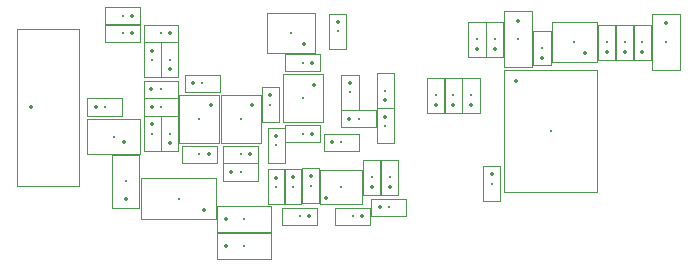
<source format=gbr>
%TF.GenerationSoftware,KiCad,Pcbnew,8.0.3-8.0.3-0~ubuntu22.04.1*%
%TF.CreationDate,2025-01-19T16:52:08+01:00*%
%TF.ProjectId,ADC_pHAT_AFE_ADC10080,4144435f-7048-4415-945f-4146455f4144,rev?*%
%TF.SameCoordinates,PX5cbead0PY5705d50*%
%TF.FileFunction,Component,L1,Top*%
%TF.FilePolarity,Positive*%
%FSLAX46Y46*%
G04 Gerber Fmt 4.6, Leading zero omitted, Abs format (unit mm)*
G04 Created by KiCad (PCBNEW 8.0.3-8.0.3-0~ubuntu22.04.1) date 2025-01-19 16:52:08*
%MOMM*%
%LPD*%
G01*
G04 APERTURE LIST*
%TA.AperFunction,ComponentMain*%
%ADD10C,0.300000*%
%TD*%
%TA.AperFunction,ComponentOutline,Courtyard*%
%ADD11C,0.100000*%
%TD*%
%TA.AperFunction,ComponentPin*%
%ADD12P,0.360000X4X0.000000*%
%TD*%
%TA.AperFunction,ComponentPin*%
%ADD13C,0.100000*%
%TD*%
%TA.AperFunction,ComponentOutline,Footprint*%
%ADD14C,0.100000*%
%TD*%
G04 APERTURE END LIST*
D10*
%TO.C,U2*%
%TO.CFtp,SOT-23*%
%TO.CVal,LM4040DBZ-2.0*%
%TO.CLbN,Package_TO_SOT_SMD*%
%TO.CMnt,SMD*%
%TO.CRot,180*%
X47250000Y20500000D03*
D11*
X49169999Y22199999D02*
X49169999Y18800001D01*
X45330001Y18800001D01*
X45330001Y22199999D01*
X49169999Y22199999D01*
D12*
%TO.P,U2,1,K*%
X48187500Y19550000D03*
D13*
%TO.P,U2,2,A*%
X48187500Y21450000D03*
%TO.P,U2,3,NC*%
X46312500Y20500000D03*
%TD*%
D10*
%TO.C,R2*%
%TO.CFtp,R_0603_1608Metric*%
%TO.CVal,1K*%
%TO.CLbN,Resistor_SMD*%
%TO.CMnt,SMD*%
%TO.CRot,90*%
X50000000Y20500000D03*
D11*
X50729999Y21979999D02*
X50729999Y19020001D01*
X49270001Y19020001D01*
X49270001Y21979999D01*
X50729999Y21979999D01*
D12*
%TO.P,R2,1*%
X50000000Y19675000D03*
D13*
%TO.P,R2,2*%
X50000000Y21325000D03*
%TD*%
D10*
%TO.C,C15*%
%TO.CFtp,C_0603_1608Metric*%
%TO.CVal,4.7u*%
%TO.CLbN,Capacitor_SMD*%
%TO.CMnt,SMD*%
%TO.CRot,180*%
X28500000Y5750000D03*
D11*
X29979999Y6479999D02*
X29979999Y5020001D01*
X27020001Y5020001D01*
X27020001Y6479999D01*
X29979999Y6479999D01*
D12*
%TO.P,C15,1*%
X29275000Y5750000D03*
D13*
%TO.P,C15,2*%
X27725000Y5750000D03*
%TD*%
D10*
%TO.C,D3*%
%TO.CFtp,D_0603_1608Metric*%
%TO.CVal,D*%
%TO.CLbN,Diode_SMD*%
%TO.CMnt,SMD*%
%TO.CRot,-90*%
X31250000Y13400000D03*
D11*
X31979999Y14879999D02*
X31979999Y11920001D01*
X30520001Y11920001D01*
X30520001Y14879999D01*
X31979999Y14879999D01*
D12*
%TO.P,D3,1,K*%
X31250000Y14187500D03*
D13*
%TO.P,D3,2,A*%
X31250000Y12612500D03*
%TD*%
D10*
%TO.C,C13*%
%TO.CFtp,C_0603_1608Metric*%
%TO.CVal,2.2u*%
%TO.CLbN,Capacitor_SMD*%
%TO.CMnt,SMD*%
%TO.CRot,-90*%
X22000000Y8250000D03*
D11*
X22729999Y9729999D02*
X22729999Y6770001D01*
X21270001Y6770001D01*
X21270001Y9729999D01*
X22729999Y9729999D01*
D12*
%TO.P,C13,1*%
X22000000Y9025000D03*
D13*
%TO.P,C13,2*%
X22000000Y7475000D03*
%TD*%
D10*
%TO.C,R11*%
%TO.CFtp,R_0603_1608Metric*%
%TO.CVal,100*%
%TO.CLbN,Resistor_SMD*%
%TO.CMnt,SMD*%
%TO.CRot,180*%
X24250000Y18750000D03*
D11*
X25729999Y19479999D02*
X25729999Y18020001D01*
X22770001Y18020001D01*
X22770001Y19479999D01*
X25729999Y19479999D01*
D12*
%TO.P,R11,1*%
X25075000Y18750000D03*
D13*
%TO.P,R11,2*%
X23425000Y18750000D03*
%TD*%
D10*
%TO.C,C9*%
%TO.CFtp,R_0603_1608Metric*%
%TO.CVal,100nF*%
%TO.CLbN,Resistor_SMD*%
%TO.CMnt,SMD*%
%TO.CRot,90*%
X38500000Y16000000D03*
D11*
X39229999Y17479999D02*
X39229999Y14520001D01*
X37770001Y14520001D01*
X37770001Y17479999D01*
X39229999Y17479999D01*
D12*
%TO.P,C9,1*%
X38500000Y15175000D03*
D13*
%TO.P,C9,2*%
X38500000Y16825000D03*
%TD*%
D10*
%TO.C,R14*%
%TO.CFtp,R_0603_1608Metric*%
%TO.CVal,100*%
%TO.CLbN,Resistor_SMD*%
%TO.CMnt,SMD*%
%TO.CRot,-90*%
X21500000Y15200000D03*
D11*
X22229999Y16679999D02*
X22229999Y13720001D01*
X20770001Y13720001D01*
X20770001Y16679999D01*
X22229999Y16679999D01*
D12*
%TO.P,R14,1*%
X21500000Y16025000D03*
D13*
%TO.P,R14,2*%
X21500000Y14375000D03*
%TD*%
D10*
%TO.C,R3*%
%TO.CFtp,R_0603_1608Metric*%
%TO.CVal,87k*%
%TO.CLbN,Resistor_SMD*%
%TO.CMnt,SMD*%
%TO.CRot,90*%
X30100000Y9050000D03*
D11*
X30829999Y10529999D02*
X30829999Y7570001D01*
X29370001Y7570001D01*
X29370001Y10529999D01*
X30829999Y10529999D01*
D12*
%TO.P,R3,1*%
X30100000Y8225000D03*
D13*
%TO.P,R3,2*%
X30100000Y9875000D03*
%TD*%
D10*
%TO.C,D2*%
%TO.CFtp,D_0603_1608Metric*%
%TO.CVal,D*%
%TO.CLbN,Diode_SMD*%
%TO.CMnt,SMD*%
%TO.CRot,90*%
X13000000Y19000000D03*
D11*
X13729999Y20479999D02*
X13729999Y17520001D01*
X12270001Y17520001D01*
X12270001Y20479999D01*
X13729999Y20479999D01*
D12*
%TO.P,D2,1,K*%
X13000000Y18212500D03*
D13*
%TO.P,D2,2,A*%
X13000000Y19787500D03*
%TD*%
D10*
%TO.C,R5*%
%TO.CFtp,R_0603_1608Metric*%
%TO.CVal,10K*%
%TO.CLbN,Resistor_SMD*%
%TO.CMnt,SMD*%
%TO.CRot,180*%
X9000000Y21250000D03*
D11*
X10479999Y21979999D02*
X10479999Y20520001D01*
X7520001Y20520001D01*
X7520001Y21979999D01*
X10479999Y21979999D01*
D12*
%TO.P,R5,1*%
X9825000Y21250000D03*
D13*
%TO.P,R5,2*%
X8175000Y21250000D03*
%TD*%
D10*
%TO.C,U8*%
%TO.CFtp,SOT-23-6*%
%TO.CVal,DAC5571*%
%TO.CLbN,Package_TO_SOT_SMD*%
%TO.CMnt,SMD*%
%TO.CRot,180*%
X23250000Y21250000D03*
D11*
X25299999Y22949999D02*
X25299999Y19550001D01*
X21200001Y19550001D01*
X21200001Y22949999D01*
X25299999Y22949999D01*
D12*
%TO.P,U8,1,VOUT*%
X24387500Y20300000D03*
D13*
%TO.P,U8,2,GND*%
X24387500Y21250000D03*
%TO.P,U8,3,VDD*%
X24387500Y22200000D03*
%TO.P,U8,4,SDA*%
X22112500Y22200000D03*
%TO.P,U8,5,SCL*%
X22112500Y21250000D03*
%TO.P,U8,6,A0*%
X22112500Y20300000D03*
%TD*%
D10*
%TO.C,D1*%
%TO.CFtp,D_0603_1608Metric*%
%TO.CVal,D*%
%TO.CLbN,Diode_SMD*%
%TO.CMnt,SMD*%
%TO.CRot,-90*%
X11500000Y19000000D03*
D11*
X12229999Y20479999D02*
X12229999Y17520001D01*
X10770001Y17520001D01*
X10770001Y20479999D01*
X12229999Y20479999D01*
D12*
%TO.P,D1,1,K*%
X11500000Y19787500D03*
D13*
%TO.P,D1,2,A*%
X11500000Y18212500D03*
%TD*%
D10*
%TO.C,U3*%
%TO.CFtp,WSON-12-1EP_3x2mm_P0.5mm_EP1x2.65_ThermalVias*%
%TO.CVal,LM27762*%
%TO.CLbN,Package_SON*%
%TO.CMnt,SMD*%
%TO.CRot,90*%
X27500000Y8250000D03*
D11*
X29249999Y9699999D02*
X29249999Y6800001D01*
X25750001Y6800001D01*
X25750001Y9699999D01*
X29249999Y9699999D01*
D12*
%TO.P,U3,1,PGOOD*%
X26250000Y7300000D03*
D13*
%TO.P,U3,2,FB+*%
X26750000Y7300000D03*
%TO.P,U3,3,VIN*%
X27250000Y7300000D03*
%TO.P,U3,4,GND*%
X27750000Y7300000D03*
%TO.P,U3,5,CP*%
X28250000Y7300000D03*
%TO.P,U3,6,OUT-*%
X28750000Y7300000D03*
%TO.P,U3,7,FB-*%
X28750000Y9200000D03*
%TO.P,U3,8,EN-*%
X28250000Y9200000D03*
%TO.P,U3,9,C-*%
X27750000Y9200000D03*
%TO.P,U3,10,C+*%
X27250000Y9200000D03*
%TO.P,U3,11,OUT+*%
X26750000Y9200000D03*
%TO.P,U3,12,EN+*%
X26250000Y9200000D03*
%TO.P,U3,13,PAD*%
X26500000Y8250000D03*
X27500000Y8250000D03*
X27500000Y8250000D03*
X28500000Y8250000D03*
%TD*%
D10*
%TO.C,R19*%
%TO.CFtp,R_0603_1608Metric*%
%TO.CVal,1K*%
%TO.CLbN,Resistor_SMD*%
%TO.CMnt,SMD*%
%TO.CRot,0*%
X15750000Y17000000D03*
D11*
X17229999Y17729999D02*
X17229999Y16270001D01*
X14270001Y16270001D01*
X14270001Y17729999D01*
X17229999Y17729999D01*
D12*
%TO.P,R19,1*%
X14925000Y17000000D03*
D13*
%TO.P,R19,2*%
X16575000Y17000000D03*
%TD*%
D10*
%TO.C,J3*%
%TO.CFtp,AMPHENOL_132357-11-MOD*%
%TO.CVal,Conn_Coaxial*%
%TO.CLbN,ICTAMKY_V8*%
%TO.CMnt,Other*%
%TO.CRot,0*%
X1250000Y15000000D03*
D14*
X75000Y21650000D02*
X75000Y8350000D01*
X5275000Y8350000D01*
X5275000Y21650000D01*
X75000Y21650000D01*
D12*
%TO.P,J3,1,In*%
X1250000Y15000000D03*
D13*
%TO.P,J3,2,Ext*%
X2825000Y19250000D03*
X2825000Y10750000D03*
%TD*%
D10*
%TO.C,FB2*%
%TO.CFtp,L_1206_3216Metric*%
%TO.CVal,FerriteBead_Small*%
%TO.CLbN,Inductor_SMD*%
%TO.CMnt,SMD*%
%TO.CRot,-90*%
X55000000Y20500000D03*
D11*
X56199999Y22849999D02*
X56199999Y18150001D01*
X53800001Y18150001D01*
X53800001Y22849999D01*
X56199999Y22849999D01*
D12*
%TO.P,FB2,1*%
X55000000Y22075000D03*
D13*
%TO.P,FB2,2*%
X55000000Y18925000D03*
%TD*%
D10*
%TO.C,U4*%
%TO.CFtp,MSOP-10_3x3mm_P0.5mm*%
%TO.CVal,ADG621*%
%TO.CLbN,Package_SO*%
%TO.CMnt,SMD*%
%TO.CRot,180*%
X13750000Y7250000D03*
D11*
X16929999Y8999999D02*
X16929999Y5500001D01*
X10570001Y5500001D01*
X10570001Y8999999D01*
X16929999Y8999999D01*
D12*
%TO.P,U4,1,S1*%
X15862500Y6250000D03*
D13*
%TO.P,U4,2,D1*%
X15862500Y6750000D03*
%TO.P,U4,3,IN2*%
X15862500Y7250000D03*
%TO.P,U4,4,GND*%
X15862500Y7750000D03*
%TO.P,U4,5,VSS*%
X15862500Y8250000D03*
%TO.P,U4,6,NC*%
X11637500Y8250000D03*
%TO.P,U4,7,S2*%
X11637500Y7750000D03*
%TO.P,U4,8,D2*%
X11637500Y7250000D03*
%TO.P,U4,9,IN1*%
X11637500Y6750000D03*
%TO.P,U4,10,VDD*%
X11637500Y6250000D03*
%TD*%
D10*
%TO.C,C18*%
%TO.CFtp,C_0603_1608Metric*%
%TO.CVal,1p*%
%TO.CLbN,Capacitor_SMD*%
%TO.CMnt,SMD*%
%TO.CRot,0*%
X12250000Y15000000D03*
D11*
X13729999Y15729999D02*
X13729999Y14270001D01*
X10770001Y14270001D01*
X10770001Y15729999D01*
X13729999Y15729999D01*
D12*
%TO.P,C18,1*%
X11475000Y15000000D03*
D13*
%TO.P,C18,2*%
X13025000Y15000000D03*
%TD*%
D10*
%TO.C,R13*%
%TO.CFtp,R_0603_1608Metric*%
%TO.CVal,100*%
%TO.CLbN,Resistor_SMD*%
%TO.CMnt,SMD*%
%TO.CRot,0*%
X29000000Y14000000D03*
D11*
X30479999Y14729999D02*
X30479999Y13270001D01*
X27520001Y13270001D01*
X27520001Y14729999D01*
X30479999Y14729999D01*
D12*
%TO.P,R13,1*%
X28175000Y14000000D03*
D13*
%TO.P,R13,2*%
X29825000Y14000000D03*
%TD*%
D10*
%TO.C,C3*%
%TO.CFtp,R_0603_1608Metric*%
%TO.CVal,100nF*%
%TO.CLbN,Resistor_SMD*%
%TO.CMnt,SMD*%
%TO.CRot,90*%
X53000000Y20500000D03*
D11*
X53729999Y21979999D02*
X53729999Y19020001D01*
X52270001Y19020001D01*
X52270001Y21979999D01*
X53729999Y21979999D01*
D12*
%TO.P,C3,1*%
X53000000Y19675000D03*
D13*
%TO.P,C3,2*%
X53000000Y21325000D03*
%TD*%
D10*
%TO.C,IC1*%
%TO.CFtp,SOP65P640X120-28N*%
%TO.CVal,ADC10080CIMT_NOPB*%
%TO.CLbN,SamacSys_Parts*%
%TO.CMnt,SMD*%
%TO.CRot,0*%
X45245000Y12990000D03*
D11*
X49169999Y18139999D02*
X49169999Y7840001D01*
X41320001Y7840001D01*
X41320001Y18139999D01*
X49169999Y18139999D01*
D12*
%TO.P,IC1,1,CLK*%
X42307000Y17215000D03*
D13*
%TO.P,IC1,2,VDDA_1*%
X42307000Y16565000D03*
%TO.P,IC1,3,VSSA_1*%
X42307000Y15915000D03*
%TO.P,IC1,4,VCOM*%
X42307000Y15265000D03*
%TO.P,IC1,5,IRS*%
X42307000Y14615000D03*
%TO.P,IC1,6,VREF*%
X42307000Y13965000D03*
%TO.P,IC1,7,VREFT*%
X42307000Y13315000D03*
%TO.P,IC1,8,VREFB*%
X42307000Y12665000D03*
%TO.P,IC1,9,VDDA_2*%
X42307000Y12015000D03*
%TO.P,IC1,10,VDDA_3*%
X42307000Y11365000D03*
%TO.P,IC1,11,VSSA_2*%
X42307000Y10715000D03*
%TO.P,IC1,12,VIN-*%
X42307000Y10065000D03*
%TO.P,IC1,13,VIN+*%
X42307000Y9415000D03*
%TO.P,IC1,14,VSSA_3*%
X42307000Y8765000D03*
%TO.P,IC1,15,DF*%
X48183000Y8765000D03*
%TO.P,IC1,16,D9*%
X48183000Y9415000D03*
%TO.P,IC1,17,D8*%
X48183000Y10065000D03*
%TO.P,IC1,18,D7*%
X48183000Y10715000D03*
%TO.P,IC1,19,D6*%
X48183000Y11365000D03*
%TO.P,IC1,20,D5*%
X48183000Y12015000D03*
%TO.P,IC1,21,VSSIO*%
X48183000Y12665000D03*
%TO.P,IC1,22,VDDIO*%
X48183000Y13315000D03*
%TO.P,IC1,23,D4*%
X48183000Y13965000D03*
%TO.P,IC1,24,D3*%
X48183000Y14615000D03*
%TO.P,IC1,25,D2*%
X48183000Y15265000D03*
%TO.P,IC1,26,D1*%
X48183000Y15915000D03*
%TO.P,IC1,27,D0*%
X48183000Y16565000D03*
%TO.P,IC1,28,STBY*%
X48183000Y17215000D03*
%TD*%
D10*
%TO.C,C7*%
%TO.CFtp,R_0603_1608Metric*%
%TO.CVal,100nF*%
%TO.CLbN,Resistor_SMD*%
%TO.CMnt,SMD*%
%TO.CRot,90*%
X35500000Y16000000D03*
D11*
X36229999Y17479999D02*
X36229999Y14520001D01*
X34770001Y14520001D01*
X34770001Y17479999D01*
X36229999Y17479999D01*
D12*
%TO.P,C7,1*%
X35500000Y15175000D03*
D13*
%TO.P,C7,2*%
X35500000Y16825000D03*
%TD*%
D10*
%TO.C,C2*%
%TO.CFtp,R_0603_1608Metric*%
%TO.CVal,100nF*%
%TO.CLbN,Resistor_SMD*%
%TO.CMnt,SMD*%
%TO.CRot,90*%
X40500000Y20750000D03*
D11*
X41229999Y22229999D02*
X41229999Y19270001D01*
X39770001Y19270001D01*
X39770001Y22229999D01*
X41229999Y22229999D01*
D12*
%TO.P,C2,1*%
X40500000Y19925000D03*
D13*
%TO.P,C2,2*%
X40500000Y21575000D03*
%TD*%
D10*
%TO.C,C1*%
%TO.CFtp,R_0603_1608Metric*%
%TO.CVal,4.7uF*%
%TO.CLbN,Resistor_SMD*%
%TO.CMnt,SMD*%
%TO.CRot,90*%
X39000000Y20750000D03*
D11*
X39729999Y22229999D02*
X39729999Y19270001D01*
X38270001Y19270001D01*
X38270001Y22229999D01*
X39729999Y22229999D01*
D12*
%TO.P,C1,1*%
X39000000Y19925000D03*
D13*
%TO.P,C1,2*%
X39000000Y21575000D03*
%TD*%
D10*
%TO.C,R8*%
%TO.CFtp,R_1206_3216Metric*%
%TO.CVal,47*%
%TO.CLbN,Resistor_SMD*%
%TO.CMnt,SMD*%
%TO.CRot,0*%
X19250000Y3250000D03*
D11*
X21529999Y4369999D02*
X21529999Y2130001D01*
X16970001Y2130001D01*
X16970001Y4369999D01*
X21529999Y4369999D01*
D12*
%TO.P,R8,1*%
X17787500Y3250000D03*
D13*
%TO.P,R8,2*%
X20712500Y3250000D03*
%TD*%
D10*
%TO.C,C23*%
%TO.CFtp,C_0603_1608Metric*%
%TO.CVal,160p*%
%TO.CLbN,Capacitor_SMD*%
%TO.CMnt,SMD*%
%TO.CRot,90*%
X31250000Y16400000D03*
D11*
X31979999Y17879999D02*
X31979999Y14920001D01*
X30520001Y14920001D01*
X30520001Y17879999D01*
X31979999Y17879999D01*
D12*
%TO.P,C23,1*%
X31250000Y15625000D03*
D13*
%TO.P,C23,2*%
X31250000Y17175000D03*
%TD*%
D10*
%TO.C,R12*%
%TO.CFtp,R_0603_1608Metric*%
%TO.CVal,680k*%
%TO.CLbN,Resistor_SMD*%
%TO.CMnt,SMD*%
%TO.CRot,0*%
X12250000Y16500000D03*
D11*
X13729999Y17229999D02*
X13729999Y15770001D01*
X10770001Y15770001D01*
X10770001Y17229999D01*
X13729999Y17229999D01*
D12*
%TO.P,R12,1*%
X11425000Y16500000D03*
D13*
%TO.P,R12,2*%
X13075000Y16500000D03*
%TD*%
D10*
%TO.C,C8*%
%TO.CFtp,C_0603_1608Metric*%
%TO.CVal,2.2u*%
%TO.CLbN,Capacitor_SMD*%
%TO.CMnt,SMD*%
%TO.CRot,180*%
X24000000Y5750000D03*
D11*
X25479999Y6479999D02*
X25479999Y5020001D01*
X22520001Y5020001D01*
X22520001Y6479999D01*
X25479999Y6479999D01*
D12*
%TO.P,C8,1*%
X24775000Y5750000D03*
D13*
%TO.P,C8,2*%
X23225000Y5750000D03*
%TD*%
D10*
%TO.C,C4*%
%TO.CFtp,R_0603_1608Metric*%
%TO.CVal,4.7uF*%
%TO.CLbN,Resistor_SMD*%
%TO.CMnt,SMD*%
%TO.CRot,90*%
X51500000Y20500000D03*
D11*
X52229999Y21979999D02*
X52229999Y19020001D01*
X50770001Y19020001D01*
X50770001Y21979999D01*
X52229999Y21979999D01*
D12*
%TO.P,C4,1*%
X51500000Y19675000D03*
D13*
%TO.P,C4,2*%
X51500000Y21325000D03*
%TD*%
D10*
%TO.C,R18*%
%TO.CFtp,R_0603_1608Metric*%
%TO.CVal,1K*%
%TO.CLbN,Resistor_SMD*%
%TO.CMnt,SMD*%
%TO.CRot,-90*%
X28250000Y16250000D03*
D11*
X28979999Y17729999D02*
X28979999Y14770001D01*
X27520001Y14770001D01*
X27520001Y17729999D01*
X28979999Y17729999D01*
D12*
%TO.P,R18,1*%
X28250000Y17075000D03*
D13*
%TO.P,R18,2*%
X28250000Y15425000D03*
%TD*%
D10*
%TO.C,C21*%
%TO.CFtp,C_0603_1608Metric*%
%TO.CVal,10n*%
%TO.CLbN,Capacitor_SMD*%
%TO.CMnt,SMD*%
%TO.CRot,0*%
X7500000Y15000000D03*
D11*
X8979999Y15729999D02*
X8979999Y14270001D01*
X6020001Y14270001D01*
X6020001Y15729999D01*
X8979999Y15729999D01*
D12*
%TO.P,C21,1*%
X6725000Y15000000D03*
D13*
%TO.P,C21,2*%
X8275000Y15000000D03*
%TD*%
D10*
%TO.C,R7*%
%TO.CFtp,R_0603_1608Metric*%
%TO.CVal,50K*%
%TO.CLbN,Resistor_SMD*%
%TO.CMnt,SMD*%
%TO.CRot,-90*%
X24910000Y8325000D03*
D11*
X25639999Y9804999D02*
X25639999Y6845001D01*
X24180001Y6845001D01*
X24180001Y9804999D01*
X25639999Y9804999D01*
D12*
%TO.P,R7,1*%
X24910000Y9150000D03*
D13*
%TO.P,R7,2*%
X24910000Y7500000D03*
%TD*%
D10*
%TO.C,C22*%
%TO.CFtp,C_0603_1608Metric*%
%TO.CVal,6.8p*%
%TO.CLbN,Capacitor_SMD*%
%TO.CMnt,SMD*%
%TO.CRot,-90*%
X11500000Y12750000D03*
D11*
X12229999Y14229999D02*
X12229999Y11270001D01*
X10770001Y11270001D01*
X10770001Y14229999D01*
X12229999Y14229999D01*
D12*
%TO.P,C22,1*%
X11500000Y13525000D03*
D13*
%TO.P,C22,2*%
X11500000Y11975000D03*
%TD*%
D10*
%TO.C,C17*%
%TO.CFtp,C_0603_1608Metric*%
%TO.CVal,100n*%
%TO.CLbN,Capacitor_SMD*%
%TO.CMnt,SMD*%
%TO.CRot,180*%
X15500000Y11000000D03*
D11*
X16979999Y11729999D02*
X16979999Y10270001D01*
X14020001Y10270001D01*
X14020001Y11729999D01*
X16979999Y11729999D01*
D12*
%TO.P,C17,1*%
X16275000Y11000000D03*
D13*
%TO.P,C17,2*%
X14725000Y11000000D03*
%TD*%
D10*
%TO.C,C20*%
%TO.CFtp,C_0603_1608Metric*%
%TO.CVal,100n*%
%TO.CLbN,Capacitor_SMD*%
%TO.CMnt,SMD*%
%TO.CRot,180*%
X24250000Y12750000D03*
D11*
X25729999Y13479999D02*
X25729999Y12020001D01*
X22770001Y12020001D01*
X22770001Y13479999D01*
X25729999Y13479999D01*
D12*
%TO.P,C20,1*%
X25025000Y12750000D03*
D13*
%TO.P,C20,2*%
X23475000Y12750000D03*
%TD*%
D10*
%TO.C,C6*%
%TO.CFtp,R_0603_1608Metric*%
%TO.CVal,100nF*%
%TO.CLbN,Resistor_SMD*%
%TO.CMnt,SMD*%
%TO.CRot,90*%
X37000000Y16000000D03*
D11*
X37729999Y17479999D02*
X37729999Y14520001D01*
X36270001Y14520001D01*
X36270001Y17479999D01*
X37729999Y17479999D01*
D12*
%TO.P,C6,1*%
X37000000Y15175000D03*
D13*
%TO.P,C6,2*%
X37000000Y16825000D03*
%TD*%
D10*
%TO.C,R9*%
%TO.CFtp,R_1206_3216Metric*%
%TO.CVal,100*%
%TO.CLbN,Resistor_SMD*%
%TO.CMnt,SMD*%
%TO.CRot,90*%
X9250000Y8700000D03*
D11*
X10369999Y10979999D02*
X10369999Y6420001D01*
X8130001Y6420001D01*
X8130001Y10979999D01*
X10369999Y10979999D01*
D12*
%TO.P,R9,1*%
X9250000Y7237500D03*
D13*
%TO.P,R9,2*%
X9250000Y10162500D03*
%TD*%
D10*
%TO.C,R4*%
%TO.CFtp,R_0603_1608Metric*%
%TO.CVal,50K*%
%TO.CLbN,Resistor_SMD*%
%TO.CMnt,SMD*%
%TO.CRot,90*%
X31600000Y9050000D03*
D11*
X32329999Y10529999D02*
X32329999Y7570001D01*
X30870001Y7570001D01*
X30870001Y10529999D01*
X32329999Y10529999D01*
D12*
%TO.P,R4,1*%
X31600000Y8225000D03*
D13*
%TO.P,R4,2*%
X31600000Y9875000D03*
%TD*%
D10*
%TO.C,J1*%
%TO.CFtp,PinHeader_1x02_P1.00mm_Vertical_SMD_Pin1Left*%
%TO.CVal,Conn_01x02_Male*%
%TO.CLbN,Connector_PinHeader_1.00mm*%
%TO.CMnt,SMD*%
%TO.CRot,180*%
X8250000Y12500000D03*
D11*
X10499999Y13999999D02*
X10499999Y11000001D01*
X6000001Y11000001D01*
X6000001Y13999999D01*
X10499999Y13999999D01*
D12*
%TO.P,J1,1,Pin_1*%
X9125000Y12000000D03*
D13*
%TO.P,J1,2,Pin_2*%
X7375000Y13000000D03*
%TD*%
D10*
%TO.C,C19*%
%TO.CFtp,C_0603_1608Metric*%
%TO.CVal,100n*%
%TO.CLbN,Capacitor_SMD*%
%TO.CMnt,SMD*%
%TO.CRot,180*%
X19000000Y11000000D03*
D11*
X20479999Y11729999D02*
X20479999Y10270001D01*
X17520001Y10270001D01*
X17520001Y11729999D01*
X20479999Y11729999D01*
D12*
%TO.P,C19,1*%
X19775000Y11000000D03*
D13*
%TO.P,C19,2*%
X18225000Y11000000D03*
%TD*%
D10*
%TO.C,U6*%
%TO.CFtp,SOT-23-5*%
%TO.CVal,TPH2501*%
%TO.CLbN,Package_TO_SOT_SMD*%
%TO.CMnt,SMD*%
%TO.CRot,-90*%
X15500000Y14000000D03*
D11*
X17199999Y16049999D02*
X17199999Y11950001D01*
X13800001Y11950001D01*
X13800001Y16049999D01*
X17199999Y16049999D01*
D12*
%TO.P,U6,1*%
X16450000Y15137500D03*
D13*
%TO.P,U6,2*%
X15500000Y15137500D03*
%TO.P,U6,3,+*%
X14550000Y15137500D03*
%TO.P,U6,4,-*%
X14550000Y12862500D03*
%TO.P,U6,5*%
X16450000Y12862500D03*
%TD*%
D10*
%TO.C,R17*%
%TO.CFtp,R_0603_1608Metric*%
%TO.CVal,1K*%
%TO.CLbN,Resistor_SMD*%
%TO.CMnt,SMD*%
%TO.CRot,-90*%
X22000000Y11750000D03*
D11*
X22729999Y13229999D02*
X22729999Y10270001D01*
X21270001Y10270001D01*
X21270001Y13229999D01*
X22729999Y13229999D01*
D12*
%TO.P,R17,1*%
X22000000Y12575000D03*
D13*
%TO.P,R17,2*%
X22000000Y10925000D03*
%TD*%
D10*
%TO.C,C10*%
%TO.CFtp,R_0603_1608Metric*%
%TO.CVal,100nF*%
%TO.CLbN,Resistor_SMD*%
%TO.CMnt,SMD*%
%TO.CRot,-90*%
X40250000Y8500000D03*
D11*
X40979999Y9979999D02*
X40979999Y7020001D01*
X39520001Y7020001D01*
X39520001Y9979999D01*
X40979999Y9979999D01*
D12*
%TO.P,C10,1*%
X40250000Y9325000D03*
D13*
%TO.P,C10,2*%
X40250000Y7675000D03*
%TD*%
D10*
%TO.C,C5*%
%TO.CFtp,R_0603_1608Metric*%
%TO.CVal,100nF*%
%TO.CLbN,Resistor_SMD*%
%TO.CMnt,SMD*%
%TO.CRot,90*%
X44500000Y20000000D03*
D11*
X45229999Y21479999D02*
X45229999Y18520001D01*
X43770001Y18520001D01*
X43770001Y21479999D01*
X45229999Y21479999D01*
D12*
%TO.P,C5,1*%
X44500000Y19175000D03*
D13*
%TO.P,C5,2*%
X44500000Y20825000D03*
%TD*%
D10*
%TO.C,C16*%
%TO.CFtp,C_0603_1608Metric*%
%TO.CVal,100n*%
%TO.CLbN,Capacitor_SMD*%
%TO.CMnt,SMD*%
%TO.CRot,180*%
X12250000Y21250000D03*
D11*
X13729999Y21979999D02*
X13729999Y20520001D01*
X10770001Y20520001D01*
X10770001Y21979999D01*
X13729999Y21979999D01*
D12*
%TO.P,C16,1*%
X13025000Y21250000D03*
D13*
%TO.P,C16,2*%
X11475000Y21250000D03*
%TD*%
D10*
%TO.C,R10*%
%TO.CFtp,R_0603_1608Metric*%
%TO.CVal,680*%
%TO.CLbN,Resistor_SMD*%
%TO.CMnt,SMD*%
%TO.CRot,0*%
X19000000Y9500000D03*
D11*
X20479999Y10229999D02*
X20479999Y8770001D01*
X17520001Y8770001D01*
X17520001Y10229999D01*
X20479999Y10229999D01*
D12*
%TO.P,R10,1*%
X18175000Y9500000D03*
D13*
%TO.P,R10,2*%
X19825000Y9500000D03*
%TD*%
D10*
%TO.C,R6*%
%TO.CFtp,R_0603_1608Metric*%
%TO.CVal,10K*%
%TO.CLbN,Resistor_SMD*%
%TO.CMnt,SMD*%
%TO.CRot,180*%
X9000000Y22750000D03*
D11*
X10479999Y23479999D02*
X10479999Y22020001D01*
X7520001Y22020001D01*
X7520001Y23479999D01*
X10479999Y23479999D01*
D12*
%TO.P,R6,1*%
X9825000Y22750000D03*
D13*
%TO.P,R6,2*%
X8175000Y22750000D03*
%TD*%
D10*
%TO.C,R1*%
%TO.CFtp,R_0603_1608Metric*%
%TO.CVal,87k*%
%TO.CLbN,Resistor_SMD*%
%TO.CMnt,SMD*%
%TO.CRot,-90*%
X23410000Y8250000D03*
D11*
X24139999Y9729999D02*
X24139999Y6770001D01*
X22680001Y6770001D01*
X22680001Y9729999D01*
X24139999Y9729999D01*
D12*
%TO.P,R1,1*%
X23410000Y9075000D03*
D13*
%TO.P,R1,2*%
X23410000Y7425000D03*
%TD*%
D10*
%TO.C,C12*%
%TO.CFtp,C_0603_1608Metric*%
%TO.CVal,2.2u*%
%TO.CLbN,Capacitor_SMD*%
%TO.CMnt,SMD*%
%TO.CRot,0*%
X27500000Y12000000D03*
D11*
X28979999Y12729999D02*
X28979999Y11270001D01*
X26020001Y11270001D01*
X26020001Y12729999D01*
X28979999Y12729999D01*
D12*
%TO.P,C12,1*%
X26725000Y12000000D03*
D13*
%TO.P,C12,2*%
X28275000Y12000000D03*
%TD*%
D10*
%TO.C,C14*%
%TO.CFtp,C_0603_1608Metric*%
%TO.CVal,2.2u*%
%TO.CLbN,Capacitor_SMD*%
%TO.CMnt,SMD*%
%TO.CRot,0*%
X31550000Y6500000D03*
D11*
X33029999Y7229999D02*
X33029999Y5770001D01*
X30070001Y5770001D01*
X30070001Y7229999D01*
X33029999Y7229999D01*
D12*
%TO.P,C14,1*%
X30775000Y6500000D03*
D13*
%TO.P,C14,2*%
X32325000Y6500000D03*
%TD*%
D10*
%TO.C,FB1*%
%TO.CFtp,L_1206_3216Metric*%
%TO.CVal,FerriteBead_Small*%
%TO.CLbN,Inductor_SMD*%
%TO.CMnt,SMD*%
%TO.CRot,-90*%
X42500000Y20750000D03*
D11*
X43699999Y23099999D02*
X43699999Y18400001D01*
X41300001Y18400001D01*
X41300001Y23099999D01*
X43699999Y23099999D01*
D12*
%TO.P,FB1,1*%
X42500000Y22325000D03*
D13*
%TO.P,FB1,2*%
X42500000Y19175000D03*
%TD*%
D10*
%TO.C,U5*%
%TO.CFtp,SOT-23-5*%
%TO.CVal,OPA830*%
%TO.CLbN,Package_TO_SOT_SMD*%
%TO.CMnt,SMD*%
%TO.CRot,-90*%
X24250000Y15750000D03*
D11*
X25949999Y17799999D02*
X25949999Y13700001D01*
X22550001Y13700001D01*
X22550001Y17799999D01*
X25949999Y17799999D01*
D12*
%TO.P,U5,1*%
X25200000Y16887500D03*
D13*
%TO.P,U5,2*%
X24250000Y16887500D03*
%TO.P,U5,3,+*%
X23300000Y16887500D03*
%TO.P,U5,4,-*%
X23300000Y14612500D03*
%TO.P,U5,5*%
X25200000Y14612500D03*
%TD*%
D10*
%TO.C,R16*%
%TO.CFtp,R_1206_3216Metric*%
%TO.CVal,100*%
%TO.CLbN,Resistor_SMD*%
%TO.CMnt,SMD*%
%TO.CRot,0*%
X19250000Y5500000D03*
D11*
X21529999Y6619999D02*
X21529999Y4380001D01*
X16970001Y4380001D01*
X16970001Y6619999D01*
X21529999Y6619999D01*
D12*
%TO.P,R16,1*%
X17787500Y5500000D03*
D13*
%TO.P,R16,2*%
X20712500Y5500000D03*
%TD*%
D10*
%TO.C,R15*%
%TO.CFtp,R_0603_1608Metric*%
%TO.CVal,100k*%
%TO.CLbN,Resistor_SMD*%
%TO.CMnt,SMD*%
%TO.CRot,90*%
X13000000Y12750000D03*
D11*
X13729999Y14229999D02*
X13729999Y11270001D01*
X12270001Y11270001D01*
X12270001Y14229999D01*
X13729999Y14229999D01*
D12*
%TO.P,R15,1*%
X13000000Y11925000D03*
D13*
%TO.P,R15,2*%
X13000000Y13575000D03*
%TD*%
D10*
%TO.C,C24*%
%TO.CFtp,C_0603_1608Metric*%
%TO.CVal,100n*%
%TO.CLbN,Capacitor_SMD*%
%TO.CMnt,SMD*%
%TO.CRot,-90*%
X27200000Y21400000D03*
D11*
X27929999Y22879999D02*
X27929999Y19920001D01*
X26470001Y19920001D01*
X26470001Y22879999D01*
X27929999Y22879999D01*
D12*
%TO.P,C24,1*%
X27200000Y22175000D03*
D13*
%TO.P,C24,2*%
X27200000Y20625000D03*
%TD*%
D10*
%TO.C,U7*%
%TO.CFtp,SOT-23-5*%
%TO.CVal,LMH6629*%
%TO.CLbN,Package_TO_SOT_SMD*%
%TO.CMnt,SMD*%
%TO.CRot,-90*%
X19000000Y14000000D03*
D11*
X20699999Y16049999D02*
X20699999Y11950001D01*
X17300001Y11950001D01*
X17300001Y16049999D01*
X20699999Y16049999D01*
D12*
%TO.P,U7,1*%
X19950000Y15137500D03*
D13*
%TO.P,U7,2*%
X19000000Y15137500D03*
%TO.P,U7,3,+*%
X18050000Y15137500D03*
%TO.P,U7,4,-*%
X18050000Y12862500D03*
%TO.P,U7,5*%
X19950000Y12862500D03*
%TD*%
M02*

</source>
